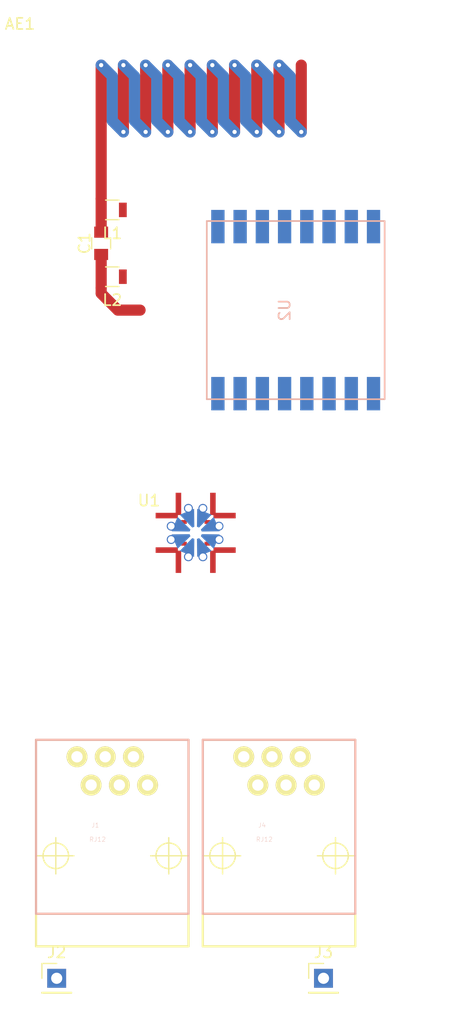
<source format=kicad_pcb>
(kicad_pcb (version 4) (host pcbnew 4.0.7-e2-6376~58~ubuntu16.04.1)

  (general
    (links 29)
    (no_connects 20)
    (area 0 0 0 0)
    (thickness 1.6)
    (drawings 9)
    (tracks 25)
    (zones 0)
    (modules 10)
    (nets 12)
  )

  (page A4)
  (layers
    (0 F.Cu signal)
    (31 B.Cu signal)
    (32 B.Adhes user)
    (33 F.Adhes user)
    (34 B.Paste user)
    (35 F.Paste user)
    (36 B.SilkS user)
    (37 F.SilkS user)
    (38 B.Mask user)
    (39 F.Mask user)
    (40 Dwgs.User user)
    (41 Cmts.User user)
    (42 Eco1.User user)
    (43 Eco2.User user)
    (44 Edge.Cuts user)
    (45 Margin user)
    (46 B.CrtYd user)
    (47 F.CrtYd user)
    (48 B.Fab user)
    (49 F.Fab user)
  )

  (setup
    (last_trace_width 0.25)
    (user_trace_width 1)
    (trace_clearance 0.2)
    (zone_clearance 0.508)
    (zone_45_only no)
    (trace_min 0.2)
    (segment_width 0.2)
    (edge_width 0.15)
    (via_size 0.6)
    (via_drill 0.4)
    (via_min_size 0.4)
    (via_min_drill 0.3)
    (uvia_size 0.3)
    (uvia_drill 0.1)
    (uvias_allowed no)
    (uvia_min_size 0.2)
    (uvia_min_drill 0.1)
    (pcb_text_width 0.3)
    (pcb_text_size 1.5 1.5)
    (mod_edge_width 0.15)
    (mod_text_size 1 1)
    (mod_text_width 0.15)
    (pad_size 1.524 1.524)
    (pad_drill 0.762)
    (pad_to_mask_clearance 0.2)
    (aux_axis_origin 0 0)
    (visible_elements FFFFFF7F)
    (pcbplotparams
      (layerselection 0x00030_80000001)
      (usegerberextensions false)
      (excludeedgelayer true)
      (linewidth 0.100000)
      (plotframeref false)
      (viasonmask false)
      (mode 1)
      (useauxorigin false)
      (hpglpennumber 1)
      (hpglpenspeed 20)
      (hpglpendiameter 15)
      (hpglpenoverlay 2)
      (psnegative false)
      (psa4output false)
      (plotreference true)
      (plotvalue true)
      (plotinvisibletext false)
      (padsonsilk false)
      (subtractmaskfromsilk false)
      (outputformat 1)
      (mirror false)
      (drillshape 1)
      (scaleselection 1)
      (outputdirectory ""))
  )

  (net 0 "")
  (net 1 "Net-(C1-Pad1)")
  (net 2 GND)
  (net 3 "Net-(U1-Pad1)")
  (net 4 "Net-(U1-Pad2)")
  (net 5 "Net-(U1-Pad3)")
  (net 6 "Net-(U1-Pad4)")
  (net 7 "Net-(U1-Pad5)")
  (net 8 "Net-(U1-Pad6)")
  (net 9 "Net-(U1-Pad7)")
  (net 10 "Net-(U1-Pad8)")
  (net 11 "Net-(AE1-Pad1)")

  (net_class Default "This is the default net class."
    (clearance 0.2)
    (trace_width 0.25)
    (via_dia 0.6)
    (via_drill 0.4)
    (uvia_dia 0.3)
    (uvia_drill 0.1)
    (add_net GND)
    (add_net "Net-(AE1-Pad1)")
    (add_net "Net-(C1-Pad1)")
    (add_net "Net-(U1-Pad1)")
    (add_net "Net-(U1-Pad2)")
    (add_net "Net-(U1-Pad3)")
    (add_net "Net-(U1-Pad4)")
    (add_net "Net-(U1-Pad5)")
    (add_net "Net-(U1-Pad6)")
    (add_net "Net-(U1-Pad7)")
    (add_net "Net-(U1-Pad8)")
  )

  (module Capacitors_SMD:C_0805 (layer F.Cu) (tedit 58AA8463) (tstamp 5B6AF79D)
    (at 109 63 90)
    (descr "Capacitor SMD 0805, reflow soldering, AVX (see smccp.pdf)")
    (tags "capacitor 0805")
    (path /5B6AF612)
    (attr smd)
    (fp_text reference C1 (at 0 -1.5 90) (layer F.SilkS)
      (effects (font (size 1 1) (thickness 0.15)))
    )
    (fp_text value 1pF (at 0 1.75 90) (layer F.Fab)
      (effects (font (size 1 1) (thickness 0.15)))
    )
    (fp_text user %R (at 0 -1.5 90) (layer F.Fab)
      (effects (font (size 1 1) (thickness 0.15)))
    )
    (fp_line (start -1 0.62) (end -1 -0.62) (layer F.Fab) (width 0.1))
    (fp_line (start 1 0.62) (end -1 0.62) (layer F.Fab) (width 0.1))
    (fp_line (start 1 -0.62) (end 1 0.62) (layer F.Fab) (width 0.1))
    (fp_line (start -1 -0.62) (end 1 -0.62) (layer F.Fab) (width 0.1))
    (fp_line (start 0.5 -0.85) (end -0.5 -0.85) (layer F.SilkS) (width 0.12))
    (fp_line (start -0.5 0.85) (end 0.5 0.85) (layer F.SilkS) (width 0.12))
    (fp_line (start -1.75 -0.88) (end 1.75 -0.88) (layer F.CrtYd) (width 0.05))
    (fp_line (start -1.75 -0.88) (end -1.75 0.87) (layer F.CrtYd) (width 0.05))
    (fp_line (start 1.75 0.87) (end 1.75 -0.88) (layer F.CrtYd) (width 0.05))
    (fp_line (start 1.75 0.87) (end -1.75 0.87) (layer F.CrtYd) (width 0.05))
    (pad 1 smd rect (at -1 0 90) (size 1 1.25) (layers F.Cu F.Paste F.Mask)
      (net 1 "Net-(C1-Pad1)"))
    (pad 2 smd rect (at 1 0 90) (size 1 1.25) (layers F.Cu F.Paste F.Mask)
      (net 11 "Net-(AE1-Pad1)"))
    (model Capacitors_SMD.3dshapes/C_0805.wrl
      (at (xyz 0 0 0))
      (scale (xyz 1 1 1))
      (rotate (xyz 0 0 0))
    )
  )

  (module Pin_Headers:Pin_Header_Straight_1x01_Pitch2.54mm (layer F.Cu) (tedit 59650532) (tstamp 5B6AF7AE)
    (at 105 129)
    (descr "Through hole straight pin header, 1x01, 2.54mm pitch, single row")
    (tags "Through hole pin header THT 1x01 2.54mm single row")
    (path /5B6AD9CA)
    (fp_text reference J2 (at 0 -2.33) (layer F.SilkS)
      (effects (font (size 1 1) (thickness 0.15)))
    )
    (fp_text value "batt -" (at 0 2.33) (layer F.Fab)
      (effects (font (size 1 1) (thickness 0.15)))
    )
    (fp_line (start -0.635 -1.27) (end 1.27 -1.27) (layer F.Fab) (width 0.1))
    (fp_line (start 1.27 -1.27) (end 1.27 1.27) (layer F.Fab) (width 0.1))
    (fp_line (start 1.27 1.27) (end -1.27 1.27) (layer F.Fab) (width 0.1))
    (fp_line (start -1.27 1.27) (end -1.27 -0.635) (layer F.Fab) (width 0.1))
    (fp_line (start -1.27 -0.635) (end -0.635 -1.27) (layer F.Fab) (width 0.1))
    (fp_line (start -1.33 1.33) (end 1.33 1.33) (layer F.SilkS) (width 0.12))
    (fp_line (start -1.33 1.27) (end -1.33 1.33) (layer F.SilkS) (width 0.12))
    (fp_line (start 1.33 1.27) (end 1.33 1.33) (layer F.SilkS) (width 0.12))
    (fp_line (start -1.33 1.27) (end 1.33 1.27) (layer F.SilkS) (width 0.12))
    (fp_line (start -1.33 0) (end -1.33 -1.33) (layer F.SilkS) (width 0.12))
    (fp_line (start -1.33 -1.33) (end 0 -1.33) (layer F.SilkS) (width 0.12))
    (fp_line (start -1.8 -1.8) (end -1.8 1.8) (layer F.CrtYd) (width 0.05))
    (fp_line (start -1.8 1.8) (end 1.8 1.8) (layer F.CrtYd) (width 0.05))
    (fp_line (start 1.8 1.8) (end 1.8 -1.8) (layer F.CrtYd) (width 0.05))
    (fp_line (start 1.8 -1.8) (end -1.8 -1.8) (layer F.CrtYd) (width 0.05))
    (fp_text user %R (at 0 0 90) (layer F.Fab)
      (effects (font (size 1 1) (thickness 0.15)))
    )
    (pad 1 thru_hole rect (at 0 0) (size 1.7 1.7) (drill 1) (layers *.Cu *.Mask))
    (model ${KISYS3DMOD}/Pin_Headers.3dshapes/Pin_Header_Straight_1x01_Pitch2.54mm.wrl
      (at (xyz 0 0 0))
      (scale (xyz 1 1 1))
      (rotate (xyz 0 0 0))
    )
  )

  (module Pin_Headers:Pin_Header_Straight_1x01_Pitch2.54mm (layer F.Cu) (tedit 59650532) (tstamp 5B6AF7B3)
    (at 129 129)
    (descr "Through hole straight pin header, 1x01, 2.54mm pitch, single row")
    (tags "Through hole pin header THT 1x01 2.54mm single row")
    (path /5B6ADA23)
    (fp_text reference J3 (at 0 -2.33) (layer F.SilkS)
      (effects (font (size 1 1) (thickness 0.15)))
    )
    (fp_text value "batt +" (at 0 2.33) (layer F.Fab)
      (effects (font (size 1 1) (thickness 0.15)))
    )
    (fp_line (start -0.635 -1.27) (end 1.27 -1.27) (layer F.Fab) (width 0.1))
    (fp_line (start 1.27 -1.27) (end 1.27 1.27) (layer F.Fab) (width 0.1))
    (fp_line (start 1.27 1.27) (end -1.27 1.27) (layer F.Fab) (width 0.1))
    (fp_line (start -1.27 1.27) (end -1.27 -0.635) (layer F.Fab) (width 0.1))
    (fp_line (start -1.27 -0.635) (end -0.635 -1.27) (layer F.Fab) (width 0.1))
    (fp_line (start -1.33 1.33) (end 1.33 1.33) (layer F.SilkS) (width 0.12))
    (fp_line (start -1.33 1.27) (end -1.33 1.33) (layer F.SilkS) (width 0.12))
    (fp_line (start 1.33 1.27) (end 1.33 1.33) (layer F.SilkS) (width 0.12))
    (fp_line (start -1.33 1.27) (end 1.33 1.27) (layer F.SilkS) (width 0.12))
    (fp_line (start -1.33 0) (end -1.33 -1.33) (layer F.SilkS) (width 0.12))
    (fp_line (start -1.33 -1.33) (end 0 -1.33) (layer F.SilkS) (width 0.12))
    (fp_line (start -1.8 -1.8) (end -1.8 1.8) (layer F.CrtYd) (width 0.05))
    (fp_line (start -1.8 1.8) (end 1.8 1.8) (layer F.CrtYd) (width 0.05))
    (fp_line (start 1.8 1.8) (end 1.8 -1.8) (layer F.CrtYd) (width 0.05))
    (fp_line (start 1.8 -1.8) (end -1.8 -1.8) (layer F.CrtYd) (width 0.05))
    (fp_text user %R (at 0 0 90) (layer F.Fab)
      (effects (font (size 1 1) (thickness 0.15)))
    )
    (pad 1 thru_hole rect (at 0 0) (size 1.7 1.7) (drill 1) (layers *.Cu *.Mask))
    (model ${KISYS3DMOD}/Pin_Headers.3dshapes/Pin_Header_Straight_1x01_Pitch2.54mm.wrl
      (at (xyz 0 0 0))
      (scale (xyz 1 1 1))
      (rotate (xyz 0 0 0))
    )
  )

  (module Inductors_SMD:L_0805 (layer F.Cu) (tedit 58307B54) (tstamp 5B6AF7C5)
    (at 110 60 180)
    (descr "Resistor SMD 0805, reflow soldering, Vishay (see dcrcw.pdf)")
    (tags "resistor 0805")
    (path /5B6AF6B3)
    (attr smd)
    (fp_text reference L1 (at 0 -2.1 180) (layer F.SilkS)
      (effects (font (size 1 1) (thickness 0.15)))
    )
    (fp_text value 12nH (at 0 2.1 180) (layer F.Fab)
      (effects (font (size 1 1) (thickness 0.15)))
    )
    (fp_text user %R (at 0 0 180) (layer F.Fab)
      (effects (font (size 0.5 0.5) (thickness 0.075)))
    )
    (fp_line (start -1 0.62) (end -1 -0.62) (layer F.Fab) (width 0.1))
    (fp_line (start 1 0.62) (end -1 0.62) (layer F.Fab) (width 0.1))
    (fp_line (start 1 -0.62) (end 1 0.62) (layer F.Fab) (width 0.1))
    (fp_line (start -1 -0.62) (end 1 -0.62) (layer F.Fab) (width 0.1))
    (fp_line (start -1.6 -1) (end 1.6 -1) (layer F.CrtYd) (width 0.05))
    (fp_line (start -1.6 1) (end 1.6 1) (layer F.CrtYd) (width 0.05))
    (fp_line (start -1.6 -1) (end -1.6 1) (layer F.CrtYd) (width 0.05))
    (fp_line (start 1.6 -1) (end 1.6 1) (layer F.CrtYd) (width 0.05))
    (fp_line (start 0.6 0.88) (end -0.6 0.88) (layer F.SilkS) (width 0.12))
    (fp_line (start -0.6 -0.88) (end 0.6 -0.88) (layer F.SilkS) (width 0.12))
    (pad 1 smd rect (at -0.95 0 180) (size 0.7 1.3) (layers F.Cu F.Paste F.Mask)
      (net 2 GND))
    (pad 2 smd rect (at 0.95 0 180) (size 0.7 1.3) (layers F.Cu F.Paste F.Mask)
      (net 11 "Net-(AE1-Pad1)"))
    (model ${KISYS3DMOD}/Inductors_SMD.3dshapes/L_0805.wrl
      (at (xyz 0 0 0))
      (scale (xyz 1 1 1))
      (rotate (xyz 0 0 0))
    )
  )

  (module Inductors_SMD:L_0805 (layer F.Cu) (tedit 58307B54) (tstamp 5B6AF7CB)
    (at 110 66 180)
    (descr "Resistor SMD 0805, reflow soldering, Vishay (see dcrcw.pdf)")
    (tags "resistor 0805")
    (path /5B6AF732)
    (attr smd)
    (fp_text reference L2 (at 0 -2.1 180) (layer F.SilkS)
      (effects (font (size 1 1) (thickness 0.15)))
    )
    (fp_text value NA (at 0 2.1 180) (layer F.Fab)
      (effects (font (size 1 1) (thickness 0.15)))
    )
    (fp_text user %R (at 0 0 180) (layer F.Fab)
      (effects (font (size 0.5 0.5) (thickness 0.075)))
    )
    (fp_line (start -1 0.62) (end -1 -0.62) (layer F.Fab) (width 0.1))
    (fp_line (start 1 0.62) (end -1 0.62) (layer F.Fab) (width 0.1))
    (fp_line (start 1 -0.62) (end 1 0.62) (layer F.Fab) (width 0.1))
    (fp_line (start -1 -0.62) (end 1 -0.62) (layer F.Fab) (width 0.1))
    (fp_line (start -1.6 -1) (end 1.6 -1) (layer F.CrtYd) (width 0.05))
    (fp_line (start -1.6 1) (end 1.6 1) (layer F.CrtYd) (width 0.05))
    (fp_line (start -1.6 -1) (end -1.6 1) (layer F.CrtYd) (width 0.05))
    (fp_line (start 1.6 -1) (end 1.6 1) (layer F.CrtYd) (width 0.05))
    (fp_line (start 0.6 0.88) (end -0.6 0.88) (layer F.SilkS) (width 0.12))
    (fp_line (start -0.6 -0.88) (end 0.6 -0.88) (layer F.SilkS) (width 0.12))
    (pad 1 smd rect (at -0.95 0 180) (size 0.7 1.3) (layers F.Cu F.Paste F.Mask)
      (net 2 GND))
    (pad 2 smd rect (at 0.95 0 180) (size 0.7 1.3) (layers F.Cu F.Paste F.Mask)
      (net 1 "Net-(C1-Pad1)"))
    (model ${KISYS3DMOD}/Inductors_SMD.3dshapes/L_0805.wrl
      (at (xyz 0 0 0))
      (scale (xyz 1 1 1))
      (rotate (xyz 0 0 0))
    )
  )

  (module drawn_by_jpmeijers:RFM95 (layer B.Cu) (tedit 575ACF57) (tstamp 5B6AF7DF)
    (at 126.5 69 90)
    (path /5B6AF33A)
    (fp_text reference U2 (at 0 -1 90) (layer B.SilkS)
      (effects (font (size 1 1) (thickness 0.15)) (justify mirror))
    )
    (fp_text value RFM95 (at 0 0.5 90) (layer B.Fab)
      (effects (font (size 1 1) (thickness 0.15)) (justify mirror))
    )
    (fp_line (start 8 8) (end -8 8) (layer B.SilkS) (width 0.15))
    (fp_line (start -8 8) (end -8 -8) (layer B.SilkS) (width 0.15))
    (fp_line (start -8 -8) (end 8 -8) (layer B.SilkS) (width 0.15))
    (fp_line (start 8 -8) (end 8 8) (layer B.SilkS) (width 0.15))
    (pad 1 smd rect (at -7.5 7 90) (size 3 1.2) (layers B.Cu B.Paste B.Mask))
    (pad 2 smd rect (at -7.5 5 90) (size 3 1.2) (layers B.Cu B.Paste B.Mask))
    (pad 3 smd rect (at -7.5 3 90) (size 3 1.2) (layers B.Cu B.Paste B.Mask))
    (pad 4 smd rect (at -7.5 1 90) (size 3 1.2) (layers B.Cu B.Paste B.Mask))
    (pad 5 smd rect (at -7.5 -1 90) (size 3 1.2) (layers B.Cu B.Paste B.Mask))
    (pad 6 smd rect (at -7.5 -3 90) (size 3 1.2) (layers B.Cu B.Paste B.Mask))
    (pad 7 smd rect (at -7.5 -5 90) (size 3 1.2) (layers B.Cu B.Paste B.Mask))
    (pad 8 smd rect (at -7.5 -7 90) (size 3 1.2) (layers B.Cu B.Paste B.Mask))
    (pad 9 smd rect (at 7.5 -7 90) (size 3 1.2) (layers B.Cu B.Paste B.Mask)
      (net 1 "Net-(C1-Pad1)"))
    (pad 10 smd rect (at 7.5 -5 90) (size 3 1.2) (layers B.Cu B.Paste B.Mask))
    (pad 11 smd rect (at 7.5 -3 90) (size 3 1.2) (layers B.Cu B.Paste B.Mask))
    (pad 12 smd rect (at 7.5 -1 90) (size 3 1.2) (layers B.Cu B.Paste B.Mask))
    (pad 13 smd rect (at 7.5 1 90) (size 3 1.2) (layers B.Cu B.Paste B.Mask))
    (pad 14 smd rect (at 7.5 3 90) (size 3 1.2) (layers B.Cu B.Paste B.Mask))
    (pad 15 smd rect (at 7.5 5 90) (size 3 1.2) (layers B.Cu B.Paste B.Mask))
    (pad 16 smd rect (at 7.5 7 90) (size 3 1.2) (layers B.Cu B.Paste B.Mask))
  )

  (module drawn_by_jpmeijers:PCB_HELICAL_ANTENNA_868 (layer F.Cu) (tedit 5B6AFC98) (tstamp 5B6B0372)
    (at 109 47)
    (path /5B6AFCB7)
    (fp_text reference AE1 (at -7.3 -3.7) (layer F.SilkS)
      (effects (font (size 1 1) (thickness 0.15)))
    )
    (fp_text value Antenna (at 0 -5) (layer F.Fab)
      (effects (font (size 1 1) (thickness 0.15)))
    )
    (fp_line (start 17 5) (end 18 6) (layer B.Cu) (width 1))
    (fp_line (start 17 1) (end 17 5) (layer B.Cu) (width 1))
    (fp_line (start 16 0) (end 17 1) (layer B.Cu) (width 1))
    (fp_line (start 18 6) (end 18 0) (layer F.Cu) (width 1))
    (fp_line (start 15 5) (end 16 6) (layer B.Cu) (width 1))
    (fp_line (start 15 1) (end 15 5) (layer B.Cu) (width 1))
    (fp_line (start 14 0) (end 15 1) (layer B.Cu) (width 1))
    (fp_line (start 16 6) (end 16 0) (layer F.Cu) (width 1))
    (fp_line (start 13 5) (end 14 6) (layer B.Cu) (width 1))
    (fp_line (start 13 1) (end 13 5) (layer B.Cu) (width 1))
    (fp_line (start 12 0) (end 13 1) (layer B.Cu) (width 1))
    (fp_line (start 14 6) (end 14 0) (layer F.Cu) (width 1))
    (fp_line (start 11 5) (end 12 6) (layer B.Cu) (width 1))
    (fp_line (start 11 1) (end 11 5) (layer B.Cu) (width 1))
    (fp_line (start 10 0) (end 11 1) (layer B.Cu) (width 1))
    (fp_line (start 12 6) (end 12 0) (layer F.Cu) (width 1))
    (fp_line (start 9 5) (end 10 6) (layer B.Cu) (width 1))
    (fp_line (start 9 1) (end 9 5) (layer B.Cu) (width 1))
    (fp_line (start 8 0) (end 9 1) (layer B.Cu) (width 1))
    (fp_line (start 10 6) (end 10 0) (layer F.Cu) (width 1))
    (fp_line (start 7 5) (end 8 6) (layer B.Cu) (width 1))
    (fp_line (start 7 1) (end 7 5) (layer B.Cu) (width 1))
    (fp_line (start 6 0) (end 7 1) (layer B.Cu) (width 1))
    (fp_line (start 8 6) (end 8 0) (layer F.Cu) (width 1))
    (fp_line (start 5 5) (end 6 6) (layer B.Cu) (width 1))
    (fp_line (start 5 1) (end 5 5) (layer B.Cu) (width 1))
    (fp_line (start 4 0) (end 5 1) (layer B.Cu) (width 1))
    (fp_line (start 6 6) (end 6 0) (layer F.Cu) (width 1))
    (fp_line (start 3 5) (end 4 6) (layer B.Cu) (width 1))
    (fp_line (start 3 1) (end 3 5) (layer B.Cu) (width 1))
    (fp_line (start 2 0) (end 3 1) (layer B.Cu) (width 1))
    (fp_line (start 4 6) (end 4 0) (layer F.Cu) (width 1))
    (fp_line (start 1 5) (end 2 6) (layer B.Cu) (width 1))
    (fp_line (start 1 1) (end 1 5) (layer B.Cu) (width 1))
    (fp_line (start 0 0) (end 1 1) (layer B.Cu) (width 1))
    (fp_line (start 2 6) (end 2 0) (layer F.Cu) (width 1))
    (fp_line (start 0 0) (end 0 12) (layer F.Cu) (width 1))
    (pad "" np_thru_hole circle (at 18 6) (size 1 1) (drill 0.38) (layers *.Cu))
    (pad "" np_thru_hole circle (at 16 0) (size 1 1) (drill 0.38) (layers *.Cu))
    (pad "" np_thru_hole circle (at 16 6) (size 1 1) (drill 0.38) (layers *.Cu))
    (pad "" np_thru_hole circle (at 14 0) (size 1 1) (drill 0.38) (layers *.Cu))
    (pad "" np_thru_hole circle (at 14 6) (size 1 1) (drill 0.38) (layers *.Cu))
    (pad "" np_thru_hole circle (at 12 0) (size 1 1) (drill 0.38) (layers *.Cu))
    (pad "" np_thru_hole circle (at 12 6) (size 1 1) (drill 0.38) (layers *.Cu))
    (pad "" np_thru_hole circle (at 10 0) (size 1 1) (drill 0.38) (layers *.Cu))
    (pad "" np_thru_hole circle (at 10 6) (size 1 1) (drill 0.38) (layers *.Cu))
    (pad "" np_thru_hole circle (at 8 0) (size 1 1) (drill 0.38) (layers *.Cu))
    (pad "" np_thru_hole circle (at 8 6) (size 1 1) (drill 0.38) (layers *.Cu))
    (pad "" np_thru_hole circle (at 6 0) (size 1 1) (drill 0.38) (layers *.Cu))
    (pad "" np_thru_hole circle (at 6 6) (size 1 1) (drill 0.38) (layers *.Cu))
    (pad "" np_thru_hole circle (at 4 0) (size 1 1) (drill 0.38) (layers *.Cu))
    (pad "" np_thru_hole circle (at 4 6) (size 1 1) (drill 0.38) (layers *.Cu))
    (pad "" np_thru_hole circle (at 2 0) (size 1 1) (drill 0.38) (layers *.Cu))
    (pad "" np_thru_hole circle (at 2 6) (size 1 1) (drill 0.38) (layers *.Cu))
    (pad "" np_thru_hole circle (at 0 0) (size 1 1) (drill 0.38) (layers *.Cu))
    (pad 1 smd circle (at 0 12) (size 1 1) (layers F.Cu F.Paste F.Mask)
      (net 11 "Net-(AE1-Pad1)"))
  )

  (module drawn_by_jpmeijers:SPARKFUN_RJ11-6 locked (layer F.Cu) (tedit 200000) (tstamp 5B6B061A)
    (at 110 118)
    (path /5B6ADACC)
    (attr virtual)
    (fp_text reference J1 (at -1.524 -2.7432) (layer B.SilkS)
      (effects (font (size 0.4064 0.4064) (thickness 0.0254)))
    )
    (fp_text value RJ12 (at -1.3208 -1.4732) (layer B.SilkS)
      (effects (font (size 0.4064 0.4064) (thickness 0.0254)))
    )
    (fp_line (start 6.858 5.207) (end 6.858 -10.414) (layer B.SilkS) (width 0.2032))
    (fp_line (start 6.858 -10.414) (end -6.858 -10.414) (layer B.SilkS) (width 0.2032))
    (fp_line (start -6.858 -10.414) (end -6.858 5.207) (layer B.SilkS) (width 0.2032))
    (fp_line (start 6.858 5.207) (end -6.858 5.207) (layer B.SilkS) (width 0.2032))
    (fp_line (start -6.858 5.207) (end -6.858 8.128) (layer F.SilkS) (width 0.2032))
    (fp_line (start -6.858 8.128) (end 6.858 8.128) (layer F.SilkS) (width 0.2032))
    (fp_line (start 6.858 8.128) (end 6.858 5.207) (layer F.SilkS) (width 0.2032))
    (fp_circle (center -5.08 0) (end -5.8928 0.8128) (layer F.SilkS) (width 0.127))
    (fp_line (start -6.7056 0) (end -3.4544 0) (layer F.SilkS) (width 0.127))
    (fp_line (start -5.08 1.6256) (end -5.08 -1.6256) (layer F.SilkS) (width 0.127))
    (fp_circle (center 5.08 0) (end 5.8928 0.8128) (layer F.SilkS) (width 0.127))
    (fp_line (start 3.4544 0) (end 6.7056 0) (layer F.SilkS) (width 0.127))
    (fp_line (start 5.08 1.6256) (end 5.08 -1.6256) (layer F.SilkS) (width 0.127))
    (pad 1 thru_hole circle (at -3.175 -8.89) (size 1.8796 1.8796) (drill 1.016) (layers *.Cu F.Paste F.SilkS F.Mask))
    (pad 2 thru_hole circle (at -1.905 -6.35) (size 1.8796 1.8796) (drill 1.016) (layers *.Cu F.Paste F.SilkS F.Mask))
    (pad 3 thru_hole circle (at -0.635 -8.89) (size 1.8796 1.8796) (drill 1.016) (layers *.Cu F.Paste F.SilkS F.Mask))
    (pad 4 thru_hole circle (at 0.635 -6.35) (size 1.8796 1.8796) (drill 1.016) (layers *.Cu F.Paste F.SilkS F.Mask))
    (pad 5 thru_hole circle (at 1.905 -8.89) (size 1.8796 1.8796) (drill 1.016) (layers *.Cu F.Paste F.SilkS F.Mask))
    (pad 6 thru_hole circle (at 3.175 -6.35) (size 1.8796 1.8796) (drill 1.016) (layers *.Cu F.Paste F.SilkS F.Mask))
  )

  (module drawn_by_jpmeijers:SPARKFUN_RJ11-6 locked (layer F.Cu) (tedit 200000) (tstamp 5B6B0630)
    (at 125 118)
    (path /5B6ADB89)
    (attr virtual)
    (fp_text reference J4 (at -1.524 -2.7432) (layer B.SilkS)
      (effects (font (size 0.4064 0.4064) (thickness 0.0254)))
    )
    (fp_text value RJ12 (at -1.3208 -1.4732) (layer B.SilkS)
      (effects (font (size 0.4064 0.4064) (thickness 0.0254)))
    )
    (fp_line (start 6.858 5.207) (end 6.858 -10.414) (layer B.SilkS) (width 0.2032))
    (fp_line (start 6.858 -10.414) (end -6.858 -10.414) (layer B.SilkS) (width 0.2032))
    (fp_line (start -6.858 -10.414) (end -6.858 5.207) (layer B.SilkS) (width 0.2032))
    (fp_line (start 6.858 5.207) (end -6.858 5.207) (layer B.SilkS) (width 0.2032))
    (fp_line (start -6.858 5.207) (end -6.858 8.128) (layer F.SilkS) (width 0.2032))
    (fp_line (start -6.858 8.128) (end 6.858 8.128) (layer F.SilkS) (width 0.2032))
    (fp_line (start 6.858 8.128) (end 6.858 5.207) (layer F.SilkS) (width 0.2032))
    (fp_circle (center -5.08 0) (end -5.8928 0.8128) (layer F.SilkS) (width 0.127))
    (fp_line (start -6.7056 0) (end -3.4544 0) (layer F.SilkS) (width 0.127))
    (fp_line (start -5.08 1.6256) (end -5.08 -1.6256) (layer F.SilkS) (width 0.127))
    (fp_circle (center 5.08 0) (end 5.8928 0.8128) (layer F.SilkS) (width 0.127))
    (fp_line (start 3.4544 0) (end 6.7056 0) (layer F.SilkS) (width 0.127))
    (fp_line (start 5.08 1.6256) (end 5.08 -1.6256) (layer F.SilkS) (width 0.127))
    (pad 1 thru_hole circle (at -3.175 -8.89) (size 1.8796 1.8796) (drill 1.016) (layers *.Cu F.Paste F.SilkS F.Mask))
    (pad 2 thru_hole circle (at -1.905 -6.35) (size 1.8796 1.8796) (drill 1.016) (layers *.Cu F.Paste F.SilkS F.Mask))
    (pad 3 thru_hole circle (at -0.635 -8.89) (size 1.8796 1.8796) (drill 1.016) (layers *.Cu F.Paste F.SilkS F.Mask))
    (pad 4 thru_hole circle (at 0.635 -6.35) (size 1.8796 1.8796) (drill 1.016) (layers *.Cu F.Paste F.SilkS F.Mask))
    (pad 5 thru_hole circle (at 1.905 -8.89) (size 1.8796 1.8796) (drill 1.016) (layers *.Cu F.Paste F.SilkS F.Mask))
    (pad 6 thru_hole circle (at 3.175 -6.35) (size 1.8796 1.8796) (drill 1.016) (layers *.Cu F.Paste F.SilkS F.Mask))
  )

  (module components:BME280-handsoldering (layer F.Cu) (tedit 5817EA65) (tstamp 5B6D1F34)
    (at 117.5 89)
    (path /5B6BF707)
    (fp_text reference U1 (at -4.2 -2.9) (layer F.SilkS)
      (effects (font (size 1 1) (thickness 0.15)))
    )
    (fp_text value BME280 (at -0.5 -7.2) (layer F.Fab)
      (effects (font (size 1 1) (thickness 0.15)))
    )
    (pad 1 smd rect (at 1.05 -0.975) (size 0.5 0.35) (layers F.Cu F.Paste F.Mask)
      (net 3 "Net-(U1-Pad1)"))
    (pad 2 smd rect (at 1.05 -0.325) (size 0.5 0.35) (layers F.Cu F.Paste F.Mask)
      (net 4 "Net-(U1-Pad2)"))
    (pad 3 smd rect (at 1.05 0.325) (size 0.5 0.35) (layers F.Cu F.Paste F.Mask)
      (net 5 "Net-(U1-Pad3)"))
    (pad 4 smd rect (at 1.05 0.975) (size 0.5 0.35) (layers F.Cu F.Paste F.Mask)
      (net 6 "Net-(U1-Pad4)"))
    (pad 6 smd rect (at -1.05 0.325) (size 0.5 0.35) (layers F.Cu F.Paste F.Mask)
      (net 8 "Net-(U1-Pad6)"))
    (pad 8 smd rect (at -1.05 -0.975) (size 0.5 0.35) (layers F.Cu F.Paste F.Mask)
      (net 10 "Net-(U1-Pad8)"))
    (pad 7 smd rect (at -1.05 -0.325) (size 0.5 0.35) (layers F.Cu F.Paste F.Mask)
      (net 9 "Net-(U1-Pad7)"))
    (pad 5 smd rect (at -1.05 0.975) (size 0.5 0.35) (layers F.Cu F.Paste F.Mask)
      (net 7 "Net-(U1-Pad5)"))
    (pad 1 thru_hole circle (at 0.65 -2.2) (size 0.8 0.8) (drill 0.6) (layers *.Cu *.Mask)
      (net 3 "Net-(U1-Pad1)"))
    (pad 8 thru_hole circle (at -0.65 -2.2) (size 0.8 0.8) (drill 0.6) (layers *.Cu *.Mask)
      (net 10 "Net-(U1-Pad8)"))
    (pad 4 thru_hole circle (at 0.65 2.15) (size 0.8 0.8) (drill 0.6) (layers *.Cu *.Mask)
      (net 6 "Net-(U1-Pad4)"))
    (pad 5 thru_hole circle (at -0.65 2.15) (size 0.8 0.8) (drill 0.6) (layers *.Cu *.Mask)
      (net 7 "Net-(U1-Pad5)"))
    (pad 2 thru_hole circle (at 2.1 -0.6) (size 0.8 0.8) (drill 0.6) (layers *.Cu *.Mask)
      (net 4 "Net-(U1-Pad2)"))
    (pad 3 thru_hole circle (at 2.1 0.6) (size 0.8 0.8) (drill 0.6) (layers *.Cu *.Mask)
      (net 5 "Net-(U1-Pad3)"))
    (pad 6 thru_hole circle (at -2.2 0.6) (size 0.8 0.8) (drill 0.6) (layers *.Cu *.Mask)
      (net 8 "Net-(U1-Pad6)"))
    (pad 7 thru_hole circle (at -2.2 -0.6) (size 0.8 0.8) (drill 0.6) (layers *.Cu *.Mask)
      (net 9 "Net-(U1-Pad7)"))
    (pad 5 smd trapezoid (at -0.497488 1.200899 157.5) (size 0.8 1.5) (rect_delta 0 -0.6 ) (layers B.Cu B.Paste B.Mask)
      (net 7 "Net-(U1-Pad5)"))
    (pad 1 smd trapezoid (at 0.497488 -1.201187 337.5) (size 0.8 1.5) (rect_delta 0 -0.6 ) (layers B.Cu B.Paste B.Mask)
      (net 3 "Net-(U1-Pad1)"))
    (pad 6 smd trapezoid (at -1.201044 0.497345 112.5) (size 0.8 1.5) (rect_delta 0 -0.6 ) (layers B.Cu B.Paste B.Mask)
      (net 8 "Net-(U1-Pad6)"))
    (pad 2 smd trapezoid (at 1.201044 -0.497633 292.5) (size 0.8 1.5) (rect_delta 0 -0.6 ) (layers B.Cu B.Paste B.Mask)
      (net 4 "Net-(U1-Pad2)"))
    (pad 7 smd trapezoid (at -1.201043 -0.497632 67.5) (size 0.8 1.5) (rect_delta 0 -0.6 ) (layers B.Cu B.Paste B.Mask)
      (net 9 "Net-(U1-Pad7)"))
    (pad 3 smd trapezoid (at 1.201043 0.497344 247.5) (size 0.8 1.5) (rect_delta 0 -0.6 ) (layers B.Cu B.Paste B.Mask)
      (net 5 "Net-(U1-Pad3)"))
    (pad 8 smd trapezoid (at -0.497489 -1.201188 22.5) (size 0.8 1.5) (rect_delta 0 -0.6 ) (layers B.Cu B.Paste B.Mask)
      (net 10 "Net-(U1-Pad8)"))
    (pad 4 smd trapezoid (at 0.497489 1.2009 202.5) (size 0.8 1.5) (rect_delta 0 -0.6 ) (layers B.Cu B.Paste B.Mask)
      (net 6 "Net-(U1-Pad4)"))
    (pad 1 smd rect (at 1.55 -2.6) (size 0.5 2) (layers F.Cu F.Paste F.Mask)
      (net 3 "Net-(U1-Pad1)"))
    (pad 1 smd rect (at 2.6 -1.55 90) (size 0.5 2) (layers F.Cu F.Paste F.Mask)
      (net 3 "Net-(U1-Pad1)"))
    (pad 1 smd rect (at -2.6 -1.55 90) (size 0.5 2) (layers F.Cu F.Paste F.Mask)
      (net 3 "Net-(U1-Pad1)"))
    (pad 1 smd rect (at -1.55 -2.6 180) (size 0.5 2) (layers F.Cu F.Paste F.Mask)
      (net 3 "Net-(U1-Pad1)"))
    (pad 1 smd rect (at -1.55 2.6 180) (size 0.5 2) (layers F.Cu F.Paste F.Mask)
      (net 3 "Net-(U1-Pad1)"))
    (pad 1 smd rect (at -2.6 1.55 270) (size 0.5 2) (layers F.Cu F.Paste F.Mask)
      (net 3 "Net-(U1-Pad1)"))
    (pad 1 smd rect (at 2.6 1.55 270) (size 0.5 2) (layers F.Cu F.Paste F.Mask)
      (net 3 "Net-(U1-Pad1)"))
    (pad 1 smd rect (at 1.55 2.6) (size 0.5 2) (layers F.Cu F.Paste F.Mask)
      (net 3 "Net-(U1-Pad1)"))
  )

  (gr_line (start 101 89) (end 141 89) (angle 90) (layer Dwgs.User) (width 0.2))
  (gr_line (start 100 84) (end 141 84) (angle 90) (layer Dwgs.User) (width 0.2))
  (gr_line (start 135 46) (end 135 70) (angle 90) (layer Margin) (width 0.2))
  (gr_line (start 100 46) (end 135 46) (angle 90) (layer Margin) (width 0.2))
  (gr_line (start 100 70) (end 100 46) (angle 90) (layer Margin) (width 0.2))
  (gr_line (start 100 133) (end 100 70) (angle 90) (layer Margin) (width 0.2))
  (gr_line (start 135 133) (end 100 133) (angle 90) (layer Margin) (width 0.2))
  (gr_line (start 135 70) (end 135 133) (angle 90) (layer Margin) (width 0.2))
  (gr_line (start 100 70) (end 135 70) (angle 90) (layer Margin) (width 0.2))

  (segment (start 112.5 69) (end 110.5 69) (width 1) (layer F.Cu) (net 1))
  (segment (start 109 67.5) (end 110.5 69) (width 1) (layer F.Cu) (net 1) (tstamp 5B6B0421))
  (segment (start 109 67) (end 109 64) (width 1) (layer F.Cu) (net 1))
  (segment (start 109 67) (end 109 67.5) (width 1) (layer F.Cu) (net 1))
  (segment (start 118.55 88.025) (end 118.525 88.025) (width 0.25) (layer F.Cu) (net 3))
  (segment (start 118.525 88.025) (end 118.15 87.65) (width 0.25) (layer F.Cu) (net 3) (tstamp 5B6D1FB0))
  (segment (start 118.15 87.65) (end 118.15 86.8) (width 0.25) (layer F.Cu) (net 3) (tstamp 5B6D1FB1))
  (segment (start 118.55 88.675) (end 119.325 88.675) (width 0.25) (layer F.Cu) (net 4))
  (segment (start 119.325 88.675) (end 119.6 88.4) (width 0.25) (layer F.Cu) (net 4) (tstamp 5B6D1FB4))
  (segment (start 118.55 89.325) (end 119.325 89.325) (width 0.25) (layer F.Cu) (net 5))
  (segment (start 119.325 89.325) (end 119.6 89.6) (width 0.25) (layer F.Cu) (net 5) (tstamp 5B6D1FB7))
  (segment (start 118.55 89.975) (end 118.525 89.975) (width 0.25) (layer F.Cu) (net 6))
  (segment (start 118.525 89.975) (end 118.15 90.35) (width 0.25) (layer F.Cu) (net 6) (tstamp 5B6D1FBA))
  (segment (start 118.15 90.35) (end 118.15 91.15) (width 0.25) (layer F.Cu) (net 6) (tstamp 5B6D1FBB))
  (segment (start 116.45 89.975) (end 116.475 89.975) (width 0.25) (layer F.Cu) (net 7))
  (segment (start 116.475 89.975) (end 116.85 90.35) (width 0.25) (layer F.Cu) (net 7) (tstamp 5B6D1FBE))
  (segment (start 116.85 90.35) (end 116.85 91.15) (width 0.25) (layer F.Cu) (net 7) (tstamp 5B6D1FBF))
  (segment (start 116.45 89.325) (end 115.575 89.325) (width 0.25) (layer F.Cu) (net 8))
  (segment (start 115.575 89.325) (end 115.3 89.6) (width 0.25) (layer F.Cu) (net 8) (tstamp 5B6D1FA7))
  (segment (start 116.45 88.675) (end 115.575 88.675) (width 0.25) (layer F.Cu) (net 9))
  (segment (start 115.575 88.675) (end 115.3 88.4) (width 0.25) (layer F.Cu) (net 9) (tstamp 5B6D1FA4))
  (segment (start 116.45 88.025) (end 116.475 88.025) (width 0.25) (layer F.Cu) (net 10))
  (segment (start 116.475 88.025) (end 116.85 87.65) (width 0.25) (layer F.Cu) (net 10) (tstamp 5B6D1FAC))
  (segment (start 116.85 87.65) (end 116.85 86.8) (width 0.25) (layer F.Cu) (net 10) (tstamp 5B6D1FAD))
  (segment (start 109 59) (end 109 62) (width 1) (layer F.Cu) (net 11))

)

</source>
